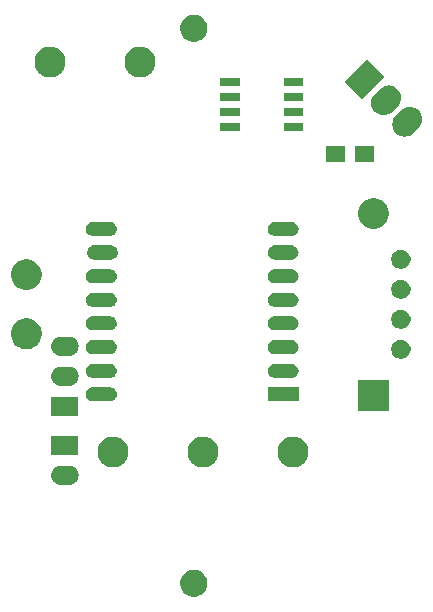
<source format=gbr>
G04 #@! TF.GenerationSoftware,KiCad,Pcbnew,5.0.2-bee76a0~70~ubuntu18.04.1*
G04 #@! TF.CreationDate,2019-09-27T11:35:03+02:00*
G04 #@! TF.ProjectId,Radiateur ESP,52616469-6174-4657-9572-204553502e6b,rev?*
G04 #@! TF.SameCoordinates,Original*
G04 #@! TF.FileFunction,Soldermask,Bot*
G04 #@! TF.FilePolarity,Negative*
%FSLAX46Y46*%
G04 Gerber Fmt 4.6, Leading zero omitted, Abs format (unit mm)*
G04 Created by KiCad (PCBNEW 5.0.2-bee76a0~70~ubuntu18.04.1) date ven. 27 sept. 2019 11:35:03 CEST*
%MOMM*%
%LPD*%
G01*
G04 APERTURE LIST*
%ADD10C,0.100000*%
G04 APERTURE END LIST*
D10*
G36*
X136987734Y-121575232D02*
X137197202Y-121661996D01*
X137385723Y-121787962D01*
X137546038Y-121948277D01*
X137672004Y-122136798D01*
X137758768Y-122346266D01*
X137803000Y-122568635D01*
X137803000Y-122795365D01*
X137758768Y-123017734D01*
X137672004Y-123227202D01*
X137546038Y-123415723D01*
X137385723Y-123576038D01*
X137197202Y-123702004D01*
X136987734Y-123788768D01*
X136765365Y-123833000D01*
X136538635Y-123833000D01*
X136316266Y-123788768D01*
X136106798Y-123702004D01*
X135918277Y-123576038D01*
X135757962Y-123415723D01*
X135631996Y-123227202D01*
X135545232Y-123017734D01*
X135501000Y-122795365D01*
X135501000Y-122568635D01*
X135545232Y-122346266D01*
X135631996Y-122136798D01*
X135757962Y-121948277D01*
X135918277Y-121787962D01*
X136106798Y-121661996D01*
X136316266Y-121575232D01*
X136538635Y-121531000D01*
X136765365Y-121531000D01*
X136987734Y-121575232D01*
X136987734Y-121575232D01*
G37*
G36*
X126147567Y-112728921D02*
X126227196Y-112736764D01*
X126329363Y-112767756D01*
X126380448Y-112783252D01*
X126521685Y-112858745D01*
X126645479Y-112960341D01*
X126747075Y-113084135D01*
X126822568Y-113225372D01*
X126822568Y-113225373D01*
X126869056Y-113378624D01*
X126884753Y-113538000D01*
X126869056Y-113697376D01*
X126838064Y-113799543D01*
X126822568Y-113850628D01*
X126747075Y-113991865D01*
X126645479Y-114115659D01*
X126521685Y-114217255D01*
X126380448Y-114292748D01*
X126329363Y-114308244D01*
X126227196Y-114339236D01*
X126147567Y-114347079D01*
X126107754Y-114351000D01*
X125352246Y-114351000D01*
X125312433Y-114347079D01*
X125232804Y-114339236D01*
X125130637Y-114308244D01*
X125079552Y-114292748D01*
X124938315Y-114217255D01*
X124814521Y-114115659D01*
X124712925Y-113991865D01*
X124637432Y-113850628D01*
X124621936Y-113799543D01*
X124590944Y-113697376D01*
X124575247Y-113538000D01*
X124590944Y-113378624D01*
X124637432Y-113225373D01*
X124637432Y-113225372D01*
X124712925Y-113084135D01*
X124814521Y-112960341D01*
X124938315Y-112858745D01*
X125079552Y-112783252D01*
X125130637Y-112767756D01*
X125232804Y-112736764D01*
X125312433Y-112728921D01*
X125352246Y-112725000D01*
X126107754Y-112725000D01*
X126147567Y-112728921D01*
X126147567Y-112728921D01*
G37*
G36*
X145413485Y-110318996D02*
X145413487Y-110318997D01*
X145413488Y-110318997D01*
X145650255Y-110417069D01*
X145863342Y-110559449D01*
X146044551Y-110740658D01*
X146186931Y-110953745D01*
X146285004Y-111190515D01*
X146335000Y-111441861D01*
X146335000Y-111698139D01*
X146285004Y-111949485D01*
X146186931Y-112186255D01*
X146044551Y-112399342D01*
X145863342Y-112580551D01*
X145863339Y-112580553D01*
X145650255Y-112722931D01*
X145413488Y-112821003D01*
X145413487Y-112821003D01*
X145413485Y-112821004D01*
X145162139Y-112871000D01*
X144905861Y-112871000D01*
X144654515Y-112821004D01*
X144654513Y-112821003D01*
X144654512Y-112821003D01*
X144417745Y-112722931D01*
X144204661Y-112580553D01*
X144204658Y-112580551D01*
X144023449Y-112399342D01*
X143881069Y-112186255D01*
X143782996Y-111949485D01*
X143733000Y-111698139D01*
X143733000Y-111441861D01*
X143782996Y-111190515D01*
X143881069Y-110953745D01*
X144023449Y-110740658D01*
X144204658Y-110559449D01*
X144417745Y-110417069D01*
X144654512Y-110318997D01*
X144654513Y-110318997D01*
X144654515Y-110318996D01*
X144905861Y-110269000D01*
X145162139Y-110269000D01*
X145413485Y-110318996D01*
X145413485Y-110318996D01*
G37*
G36*
X137793485Y-110318996D02*
X137793487Y-110318997D01*
X137793488Y-110318997D01*
X138030255Y-110417069D01*
X138243342Y-110559449D01*
X138424551Y-110740658D01*
X138566931Y-110953745D01*
X138665004Y-111190515D01*
X138715000Y-111441861D01*
X138715000Y-111698139D01*
X138665004Y-111949485D01*
X138566931Y-112186255D01*
X138424551Y-112399342D01*
X138243342Y-112580551D01*
X138243339Y-112580553D01*
X138030255Y-112722931D01*
X137793488Y-112821003D01*
X137793487Y-112821003D01*
X137793485Y-112821004D01*
X137542139Y-112871000D01*
X137285861Y-112871000D01*
X137034515Y-112821004D01*
X137034513Y-112821003D01*
X137034512Y-112821003D01*
X136797745Y-112722931D01*
X136584661Y-112580553D01*
X136584658Y-112580551D01*
X136403449Y-112399342D01*
X136261069Y-112186255D01*
X136162996Y-111949485D01*
X136113000Y-111698139D01*
X136113000Y-111441861D01*
X136162996Y-111190515D01*
X136261069Y-110953745D01*
X136403449Y-110740658D01*
X136584658Y-110559449D01*
X136797745Y-110417069D01*
X137034512Y-110318997D01*
X137034513Y-110318997D01*
X137034515Y-110318996D01*
X137285861Y-110269000D01*
X137542139Y-110269000D01*
X137793485Y-110318996D01*
X137793485Y-110318996D01*
G37*
G36*
X130173485Y-110318996D02*
X130173487Y-110318997D01*
X130173488Y-110318997D01*
X130410255Y-110417069D01*
X130623342Y-110559449D01*
X130804551Y-110740658D01*
X130946931Y-110953745D01*
X131045004Y-111190515D01*
X131095000Y-111441861D01*
X131095000Y-111698139D01*
X131045004Y-111949485D01*
X130946931Y-112186255D01*
X130804551Y-112399342D01*
X130623342Y-112580551D01*
X130623339Y-112580553D01*
X130410255Y-112722931D01*
X130173488Y-112821003D01*
X130173487Y-112821003D01*
X130173485Y-112821004D01*
X129922139Y-112871000D01*
X129665861Y-112871000D01*
X129414515Y-112821004D01*
X129414513Y-112821003D01*
X129414512Y-112821003D01*
X129177745Y-112722931D01*
X128964661Y-112580553D01*
X128964658Y-112580551D01*
X128783449Y-112399342D01*
X128641069Y-112186255D01*
X128542996Y-111949485D01*
X128493000Y-111698139D01*
X128493000Y-111441861D01*
X128542996Y-111190515D01*
X128641069Y-110953745D01*
X128783449Y-110740658D01*
X128964658Y-110559449D01*
X129177745Y-110417069D01*
X129414512Y-110318997D01*
X129414513Y-110318997D01*
X129414515Y-110318996D01*
X129665861Y-110269000D01*
X129922139Y-110269000D01*
X130173485Y-110318996D01*
X130173485Y-110318996D01*
G37*
G36*
X126880820Y-111811000D02*
X124579180Y-111811000D01*
X124579180Y-110185000D01*
X126880820Y-110185000D01*
X126880820Y-111811000D01*
X126880820Y-111811000D01*
G37*
G36*
X126880820Y-108509000D02*
X124579180Y-108509000D01*
X124579180Y-106883000D01*
X126880820Y-106883000D01*
X126880820Y-108509000D01*
X126880820Y-108509000D01*
G37*
G36*
X153161000Y-108061000D02*
X150559000Y-108061000D01*
X150559000Y-105459000D01*
X153161000Y-105459000D01*
X153161000Y-108061000D01*
X153161000Y-108061000D01*
G37*
G36*
X129627818Y-106087696D02*
X129741105Y-106122062D01*
X129845513Y-106177869D01*
X129937027Y-106252973D01*
X130012131Y-106344487D01*
X130067938Y-106448895D01*
X130102304Y-106562182D01*
X130113907Y-106680000D01*
X130102304Y-106797818D01*
X130067938Y-106911105D01*
X130012131Y-107015513D01*
X129937027Y-107107027D01*
X129845513Y-107182131D01*
X129741105Y-107237938D01*
X129627818Y-107272304D01*
X129539519Y-107281000D01*
X128080481Y-107281000D01*
X127992182Y-107272304D01*
X127878895Y-107237938D01*
X127774487Y-107182131D01*
X127682973Y-107107027D01*
X127607869Y-107015513D01*
X127552062Y-106911105D01*
X127517696Y-106797818D01*
X127506093Y-106680000D01*
X127517696Y-106562182D01*
X127552062Y-106448895D01*
X127607869Y-106344487D01*
X127682973Y-106252973D01*
X127774487Y-106177869D01*
X127878895Y-106122062D01*
X127992182Y-106087696D01*
X128080481Y-106079000D01*
X129539519Y-106079000D01*
X129627818Y-106087696D01*
X129627818Y-106087696D01*
G37*
G36*
X145511000Y-107281000D02*
X142909000Y-107281000D01*
X142909000Y-106079000D01*
X145511000Y-106079000D01*
X145511000Y-107281000D01*
X145511000Y-107281000D01*
G37*
G36*
X126147567Y-104346921D02*
X126227196Y-104354764D01*
X126329363Y-104385756D01*
X126380448Y-104401252D01*
X126521685Y-104476745D01*
X126645479Y-104578341D01*
X126747075Y-104702135D01*
X126822568Y-104843372D01*
X126822568Y-104843373D01*
X126869056Y-104996624D01*
X126884753Y-105156000D01*
X126869056Y-105315376D01*
X126838064Y-105417543D01*
X126822568Y-105468628D01*
X126747075Y-105609865D01*
X126645479Y-105733659D01*
X126521685Y-105835255D01*
X126380448Y-105910748D01*
X126329363Y-105926244D01*
X126227196Y-105957236D01*
X126147567Y-105965079D01*
X126107754Y-105969000D01*
X125352246Y-105969000D01*
X125312433Y-105965079D01*
X125232804Y-105957236D01*
X125130637Y-105926244D01*
X125079552Y-105910748D01*
X124938315Y-105835255D01*
X124814521Y-105733659D01*
X124712925Y-105609865D01*
X124637432Y-105468628D01*
X124621936Y-105417543D01*
X124590944Y-105315376D01*
X124575247Y-105156000D01*
X124590944Y-104996624D01*
X124637432Y-104843373D01*
X124637432Y-104843372D01*
X124712925Y-104702135D01*
X124814521Y-104578341D01*
X124938315Y-104476745D01*
X125079552Y-104401252D01*
X125130637Y-104385756D01*
X125232804Y-104354764D01*
X125312433Y-104346921D01*
X125352246Y-104343000D01*
X126107754Y-104343000D01*
X126147567Y-104346921D01*
X126147567Y-104346921D01*
G37*
G36*
X145027818Y-104087696D02*
X145141105Y-104122062D01*
X145245513Y-104177869D01*
X145337027Y-104252973D01*
X145412131Y-104344487D01*
X145467938Y-104448895D01*
X145502304Y-104562182D01*
X145513907Y-104680000D01*
X145502304Y-104797818D01*
X145467938Y-104911105D01*
X145412131Y-105015513D01*
X145337027Y-105107027D01*
X145245513Y-105182131D01*
X145141105Y-105237938D01*
X145027818Y-105272304D01*
X144939519Y-105281000D01*
X143480481Y-105281000D01*
X143392182Y-105272304D01*
X143278895Y-105237938D01*
X143174487Y-105182131D01*
X143082973Y-105107027D01*
X143007869Y-105015513D01*
X142952062Y-104911105D01*
X142917696Y-104797818D01*
X142906093Y-104680000D01*
X142917696Y-104562182D01*
X142952062Y-104448895D01*
X143007869Y-104344487D01*
X143082973Y-104252973D01*
X143174487Y-104177869D01*
X143278895Y-104122062D01*
X143392182Y-104087696D01*
X143480481Y-104079000D01*
X144939519Y-104079000D01*
X145027818Y-104087696D01*
X145027818Y-104087696D01*
G37*
G36*
X129627818Y-104087696D02*
X129741105Y-104122062D01*
X129845513Y-104177869D01*
X129937027Y-104252973D01*
X130012131Y-104344487D01*
X130067938Y-104448895D01*
X130102304Y-104562182D01*
X130113907Y-104680000D01*
X130102304Y-104797818D01*
X130067938Y-104911105D01*
X130012131Y-105015513D01*
X129937027Y-105107027D01*
X129845513Y-105182131D01*
X129741105Y-105237938D01*
X129627818Y-105272304D01*
X129539519Y-105281000D01*
X128080481Y-105281000D01*
X127992182Y-105272304D01*
X127878895Y-105237938D01*
X127774487Y-105182131D01*
X127682973Y-105107027D01*
X127607869Y-105015513D01*
X127552062Y-104911105D01*
X127517696Y-104797818D01*
X127506093Y-104680000D01*
X127517696Y-104562182D01*
X127552062Y-104448895D01*
X127607869Y-104344487D01*
X127682973Y-104252973D01*
X127774487Y-104177869D01*
X127878895Y-104122062D01*
X127992182Y-104087696D01*
X128080481Y-104079000D01*
X129539519Y-104079000D01*
X129627818Y-104087696D01*
X129627818Y-104087696D01*
G37*
G36*
X154415142Y-102088242D02*
X154563102Y-102149530D01*
X154696258Y-102238502D01*
X154809498Y-102351742D01*
X154898470Y-102484898D01*
X154959758Y-102632858D01*
X154991000Y-102789925D01*
X154991000Y-102950075D01*
X154959758Y-103107142D01*
X154898470Y-103255102D01*
X154809498Y-103388258D01*
X154696258Y-103501498D01*
X154563102Y-103590470D01*
X154415142Y-103651758D01*
X154258075Y-103683000D01*
X154097925Y-103683000D01*
X153940858Y-103651758D01*
X153792898Y-103590470D01*
X153659742Y-103501498D01*
X153546502Y-103388258D01*
X153457530Y-103255102D01*
X153396242Y-103107142D01*
X153365000Y-102950075D01*
X153365000Y-102789925D01*
X153396242Y-102632858D01*
X153457530Y-102484898D01*
X153546502Y-102351742D01*
X153659742Y-102238502D01*
X153792898Y-102149530D01*
X153940858Y-102088242D01*
X154097925Y-102057000D01*
X154258075Y-102057000D01*
X154415142Y-102088242D01*
X154415142Y-102088242D01*
G37*
G36*
X126147567Y-101806921D02*
X126227196Y-101814764D01*
X126329363Y-101845756D01*
X126380448Y-101861252D01*
X126521685Y-101936745D01*
X126645479Y-102038341D01*
X126747075Y-102162135D01*
X126822568Y-102303372D01*
X126822568Y-102303373D01*
X126869056Y-102456624D01*
X126884753Y-102616000D01*
X126869056Y-102775376D01*
X126858248Y-102811004D01*
X126822568Y-102928628D01*
X126747075Y-103069865D01*
X126645479Y-103193659D01*
X126521685Y-103295255D01*
X126380448Y-103370748D01*
X126329363Y-103386244D01*
X126227196Y-103417236D01*
X126147567Y-103425079D01*
X126107754Y-103429000D01*
X125352246Y-103429000D01*
X125312433Y-103425079D01*
X125232804Y-103417236D01*
X125130637Y-103386244D01*
X125079552Y-103370748D01*
X124938315Y-103295255D01*
X124814521Y-103193659D01*
X124712925Y-103069865D01*
X124637432Y-102928628D01*
X124601752Y-102811004D01*
X124590944Y-102775376D01*
X124575247Y-102616000D01*
X124590944Y-102456624D01*
X124637432Y-102303373D01*
X124637432Y-102303372D01*
X124712925Y-102162135D01*
X124814521Y-102038341D01*
X124938315Y-101936745D01*
X125079552Y-101861252D01*
X125130637Y-101845756D01*
X125232804Y-101814764D01*
X125312433Y-101806921D01*
X125352246Y-101803000D01*
X126107754Y-101803000D01*
X126147567Y-101806921D01*
X126147567Y-101806921D01*
G37*
G36*
X129627818Y-102087696D02*
X129741105Y-102122062D01*
X129845513Y-102177869D01*
X129937027Y-102252973D01*
X130012131Y-102344487D01*
X130067938Y-102448895D01*
X130102304Y-102562182D01*
X130113907Y-102680000D01*
X130102304Y-102797818D01*
X130067938Y-102911105D01*
X130012131Y-103015513D01*
X129937027Y-103107027D01*
X129845513Y-103182131D01*
X129741105Y-103237938D01*
X129627818Y-103272304D01*
X129539519Y-103281000D01*
X128080481Y-103281000D01*
X127992182Y-103272304D01*
X127878895Y-103237938D01*
X127774487Y-103182131D01*
X127682973Y-103107027D01*
X127607869Y-103015513D01*
X127552062Y-102911105D01*
X127517696Y-102797818D01*
X127506093Y-102680000D01*
X127517696Y-102562182D01*
X127552062Y-102448895D01*
X127607869Y-102344487D01*
X127682973Y-102252973D01*
X127774487Y-102177869D01*
X127878895Y-102122062D01*
X127992182Y-102087696D01*
X128080481Y-102079000D01*
X129539519Y-102079000D01*
X129627818Y-102087696D01*
X129627818Y-102087696D01*
G37*
G36*
X145027818Y-102087696D02*
X145141105Y-102122062D01*
X145245513Y-102177869D01*
X145337027Y-102252973D01*
X145412131Y-102344487D01*
X145467938Y-102448895D01*
X145502304Y-102562182D01*
X145513907Y-102680000D01*
X145502304Y-102797818D01*
X145467938Y-102911105D01*
X145412131Y-103015513D01*
X145337027Y-103107027D01*
X145245513Y-103182131D01*
X145141105Y-103237938D01*
X145027818Y-103272304D01*
X144939519Y-103281000D01*
X143480481Y-103281000D01*
X143392182Y-103272304D01*
X143278895Y-103237938D01*
X143174487Y-103182131D01*
X143082973Y-103107027D01*
X143007869Y-103015513D01*
X142952062Y-102911105D01*
X142917696Y-102797818D01*
X142906093Y-102680000D01*
X142917696Y-102562182D01*
X142952062Y-102448895D01*
X143007869Y-102344487D01*
X143082973Y-102252973D01*
X143174487Y-102177869D01*
X143278895Y-102122062D01*
X143392182Y-102087696D01*
X143480481Y-102079000D01*
X144939519Y-102079000D01*
X145027818Y-102087696D01*
X145027818Y-102087696D01*
G37*
G36*
X122839485Y-100308996D02*
X122839487Y-100308997D01*
X122839488Y-100308997D01*
X123076255Y-100407069D01*
X123289342Y-100549449D01*
X123470551Y-100730658D01*
X123470553Y-100730661D01*
X123612931Y-100943745D01*
X123680565Y-101107027D01*
X123711004Y-101180515D01*
X123761000Y-101431861D01*
X123761000Y-101688139D01*
X123711004Y-101939485D01*
X123612931Y-102176255D01*
X123470551Y-102389342D01*
X123289342Y-102570551D01*
X123289339Y-102570553D01*
X123076255Y-102712931D01*
X122839488Y-102811003D01*
X122839487Y-102811003D01*
X122839485Y-102811004D01*
X122588139Y-102861000D01*
X122331861Y-102861000D01*
X122080515Y-102811004D01*
X122080513Y-102811003D01*
X122080512Y-102811003D01*
X121843745Y-102712931D01*
X121630661Y-102570553D01*
X121630658Y-102570551D01*
X121449449Y-102389342D01*
X121307069Y-102176255D01*
X121208996Y-101939485D01*
X121159000Y-101688139D01*
X121159000Y-101431861D01*
X121208996Y-101180515D01*
X121239436Y-101107027D01*
X121307069Y-100943745D01*
X121449447Y-100730661D01*
X121449449Y-100730658D01*
X121630658Y-100549449D01*
X121843745Y-100407069D01*
X122080512Y-100308997D01*
X122080513Y-100308997D01*
X122080515Y-100308996D01*
X122331861Y-100259000D01*
X122588139Y-100259000D01*
X122839485Y-100308996D01*
X122839485Y-100308996D01*
G37*
G36*
X145027818Y-100087696D02*
X145141105Y-100122062D01*
X145245513Y-100177869D01*
X145337027Y-100252973D01*
X145412131Y-100344487D01*
X145467938Y-100448895D01*
X145502304Y-100562182D01*
X145513907Y-100680000D01*
X145502304Y-100797818D01*
X145467938Y-100911105D01*
X145412131Y-101015513D01*
X145337027Y-101107027D01*
X145245513Y-101182131D01*
X145141105Y-101237938D01*
X145027818Y-101272304D01*
X144939519Y-101281000D01*
X143480481Y-101281000D01*
X143392182Y-101272304D01*
X143278895Y-101237938D01*
X143174487Y-101182131D01*
X143082973Y-101107027D01*
X143007869Y-101015513D01*
X142952062Y-100911105D01*
X142917696Y-100797818D01*
X142906093Y-100680000D01*
X142917696Y-100562182D01*
X142952062Y-100448895D01*
X143007869Y-100344487D01*
X143082973Y-100252973D01*
X143174487Y-100177869D01*
X143278895Y-100122062D01*
X143392182Y-100087696D01*
X143480481Y-100079000D01*
X144939519Y-100079000D01*
X145027818Y-100087696D01*
X145027818Y-100087696D01*
G37*
G36*
X129627818Y-100087696D02*
X129741105Y-100122062D01*
X129845513Y-100177869D01*
X129937027Y-100252973D01*
X130012131Y-100344487D01*
X130067938Y-100448895D01*
X130102304Y-100562182D01*
X130113907Y-100680000D01*
X130102304Y-100797818D01*
X130067938Y-100911105D01*
X130012131Y-101015513D01*
X129937027Y-101107027D01*
X129845513Y-101182131D01*
X129741105Y-101237938D01*
X129627818Y-101272304D01*
X129539519Y-101281000D01*
X128080481Y-101281000D01*
X127992182Y-101272304D01*
X127878895Y-101237938D01*
X127774487Y-101182131D01*
X127682973Y-101107027D01*
X127607869Y-101015513D01*
X127552062Y-100911105D01*
X127517696Y-100797818D01*
X127506093Y-100680000D01*
X127517696Y-100562182D01*
X127552062Y-100448895D01*
X127607869Y-100344487D01*
X127682973Y-100252973D01*
X127774487Y-100177869D01*
X127878895Y-100122062D01*
X127992182Y-100087696D01*
X128080481Y-100079000D01*
X129539519Y-100079000D01*
X129627818Y-100087696D01*
X129627818Y-100087696D01*
G37*
G36*
X154415142Y-99548242D02*
X154563102Y-99609530D01*
X154696258Y-99698502D01*
X154809498Y-99811742D01*
X154898470Y-99944898D01*
X154959758Y-100092858D01*
X154991000Y-100249925D01*
X154991000Y-100410075D01*
X154959758Y-100567142D01*
X154898470Y-100715102D01*
X154809498Y-100848258D01*
X154696258Y-100961498D01*
X154563102Y-101050470D01*
X154415142Y-101111758D01*
X154258075Y-101143000D01*
X154097925Y-101143000D01*
X153940858Y-101111758D01*
X153792898Y-101050470D01*
X153659742Y-100961498D01*
X153546502Y-100848258D01*
X153457530Y-100715102D01*
X153396242Y-100567142D01*
X153365000Y-100410075D01*
X153365000Y-100249925D01*
X153396242Y-100092858D01*
X153457530Y-99944898D01*
X153546502Y-99811742D01*
X153659742Y-99698502D01*
X153792898Y-99609530D01*
X153940858Y-99548242D01*
X154097925Y-99517000D01*
X154258075Y-99517000D01*
X154415142Y-99548242D01*
X154415142Y-99548242D01*
G37*
G36*
X145027818Y-98087696D02*
X145141105Y-98122062D01*
X145245513Y-98177869D01*
X145337027Y-98252973D01*
X145412131Y-98344487D01*
X145467938Y-98448895D01*
X145502304Y-98562182D01*
X145513907Y-98680000D01*
X145502304Y-98797818D01*
X145467938Y-98911105D01*
X145412131Y-99015513D01*
X145337027Y-99107027D01*
X145245513Y-99182131D01*
X145141105Y-99237938D01*
X145027818Y-99272304D01*
X144939519Y-99281000D01*
X143480481Y-99281000D01*
X143392182Y-99272304D01*
X143278895Y-99237938D01*
X143174487Y-99182131D01*
X143082973Y-99107027D01*
X143007869Y-99015513D01*
X142952062Y-98911105D01*
X142917696Y-98797818D01*
X142906093Y-98680000D01*
X142917696Y-98562182D01*
X142952062Y-98448895D01*
X143007869Y-98344487D01*
X143082973Y-98252973D01*
X143174487Y-98177869D01*
X143278895Y-98122062D01*
X143392182Y-98087696D01*
X143480481Y-98079000D01*
X144939519Y-98079000D01*
X145027818Y-98087696D01*
X145027818Y-98087696D01*
G37*
G36*
X129627818Y-98087696D02*
X129741105Y-98122062D01*
X129845513Y-98177869D01*
X129937027Y-98252973D01*
X130012131Y-98344487D01*
X130067938Y-98448895D01*
X130102304Y-98562182D01*
X130113907Y-98680000D01*
X130102304Y-98797818D01*
X130067938Y-98911105D01*
X130012131Y-99015513D01*
X129937027Y-99107027D01*
X129845513Y-99182131D01*
X129741105Y-99237938D01*
X129627818Y-99272304D01*
X129539519Y-99281000D01*
X128080481Y-99281000D01*
X127992182Y-99272304D01*
X127878895Y-99237938D01*
X127774487Y-99182131D01*
X127682973Y-99107027D01*
X127607869Y-99015513D01*
X127552062Y-98911105D01*
X127517696Y-98797818D01*
X127506093Y-98680000D01*
X127517696Y-98562182D01*
X127552062Y-98448895D01*
X127607869Y-98344487D01*
X127682973Y-98252973D01*
X127774487Y-98177869D01*
X127878895Y-98122062D01*
X127992182Y-98087696D01*
X128080481Y-98079000D01*
X129539519Y-98079000D01*
X129627818Y-98087696D01*
X129627818Y-98087696D01*
G37*
G36*
X154415142Y-97008242D02*
X154563102Y-97069530D01*
X154696258Y-97158502D01*
X154809498Y-97271742D01*
X154898470Y-97404898D01*
X154959758Y-97552858D01*
X154991000Y-97709925D01*
X154991000Y-97870075D01*
X154959758Y-98027142D01*
X154938277Y-98079000D01*
X154898471Y-98175100D01*
X154809499Y-98308257D01*
X154696257Y-98421499D01*
X154630130Y-98465683D01*
X154563102Y-98510470D01*
X154415142Y-98571758D01*
X154258075Y-98603000D01*
X154097925Y-98603000D01*
X153940858Y-98571758D01*
X153792898Y-98510470D01*
X153725870Y-98465683D01*
X153659743Y-98421499D01*
X153546501Y-98308257D01*
X153457529Y-98175100D01*
X153417723Y-98079000D01*
X153396242Y-98027142D01*
X153365000Y-97870075D01*
X153365000Y-97709925D01*
X153396242Y-97552858D01*
X153457530Y-97404898D01*
X153546502Y-97271742D01*
X153659742Y-97158502D01*
X153792898Y-97069530D01*
X153940858Y-97008242D01*
X154097925Y-96977000D01*
X154258075Y-96977000D01*
X154415142Y-97008242D01*
X154415142Y-97008242D01*
G37*
G36*
X122839485Y-95308996D02*
X122839487Y-95308997D01*
X122839488Y-95308997D01*
X123076255Y-95407069D01*
X123289342Y-95549449D01*
X123470551Y-95730658D01*
X123470553Y-95730661D01*
X123612931Y-95943745D01*
X123709909Y-96177870D01*
X123711004Y-96180515D01*
X123761000Y-96431861D01*
X123761000Y-96688139D01*
X123711004Y-96939485D01*
X123612931Y-97176255D01*
X123470551Y-97389342D01*
X123289342Y-97570551D01*
X123289339Y-97570553D01*
X123076255Y-97712931D01*
X122839488Y-97811003D01*
X122839487Y-97811003D01*
X122839485Y-97811004D01*
X122588139Y-97861000D01*
X122331861Y-97861000D01*
X122080515Y-97811004D01*
X122080513Y-97811003D01*
X122080512Y-97811003D01*
X121843745Y-97712931D01*
X121630661Y-97570553D01*
X121630658Y-97570551D01*
X121449449Y-97389342D01*
X121307069Y-97176255D01*
X121208996Y-96939485D01*
X121159000Y-96688139D01*
X121159000Y-96431861D01*
X121208996Y-96180515D01*
X121210092Y-96177870D01*
X121307069Y-95943745D01*
X121449447Y-95730661D01*
X121449449Y-95730658D01*
X121630658Y-95549449D01*
X121843745Y-95407069D01*
X122080512Y-95308997D01*
X122080513Y-95308997D01*
X122080515Y-95308996D01*
X122331861Y-95259000D01*
X122588139Y-95259000D01*
X122839485Y-95308996D01*
X122839485Y-95308996D01*
G37*
G36*
X145027818Y-96087696D02*
X145141105Y-96122062D01*
X145245513Y-96177869D01*
X145337027Y-96252973D01*
X145412131Y-96344487D01*
X145467938Y-96448895D01*
X145502304Y-96562182D01*
X145513907Y-96680000D01*
X145502304Y-96797818D01*
X145467938Y-96911105D01*
X145412131Y-97015513D01*
X145337027Y-97107027D01*
X145245513Y-97182131D01*
X145141105Y-97237938D01*
X145027818Y-97272304D01*
X144939519Y-97281000D01*
X143480481Y-97281000D01*
X143392182Y-97272304D01*
X143278895Y-97237938D01*
X143174487Y-97182131D01*
X143082973Y-97107027D01*
X143007869Y-97015513D01*
X142952062Y-96911105D01*
X142917696Y-96797818D01*
X142906093Y-96680000D01*
X142917696Y-96562182D01*
X142952062Y-96448895D01*
X143007869Y-96344487D01*
X143082973Y-96252973D01*
X143174487Y-96177869D01*
X143278895Y-96122062D01*
X143392182Y-96087696D01*
X143480481Y-96079000D01*
X144939519Y-96079000D01*
X145027818Y-96087696D01*
X145027818Y-96087696D01*
G37*
G36*
X129627818Y-96087696D02*
X129741105Y-96122062D01*
X129845513Y-96177869D01*
X129937027Y-96252973D01*
X130012131Y-96344487D01*
X130067938Y-96448895D01*
X130102304Y-96562182D01*
X130113907Y-96680000D01*
X130102304Y-96797818D01*
X130067938Y-96911105D01*
X130012131Y-97015513D01*
X129937027Y-97107027D01*
X129845513Y-97182131D01*
X129741105Y-97237938D01*
X129627818Y-97272304D01*
X129539519Y-97281000D01*
X128080481Y-97281000D01*
X127992182Y-97272304D01*
X127878895Y-97237938D01*
X127774487Y-97182131D01*
X127682973Y-97107027D01*
X127607869Y-97015513D01*
X127552062Y-96911105D01*
X127517696Y-96797818D01*
X127506093Y-96680000D01*
X127517696Y-96562182D01*
X127552062Y-96448895D01*
X127607869Y-96344487D01*
X127682973Y-96252973D01*
X127774487Y-96177869D01*
X127878895Y-96122062D01*
X127992182Y-96087696D01*
X128080481Y-96079000D01*
X129539519Y-96079000D01*
X129627818Y-96087696D01*
X129627818Y-96087696D01*
G37*
G36*
X154415142Y-94468242D02*
X154563102Y-94529530D01*
X154696258Y-94618502D01*
X154809498Y-94731742D01*
X154898470Y-94864898D01*
X154959758Y-95012858D01*
X154991000Y-95169925D01*
X154991000Y-95330075D01*
X154959758Y-95487142D01*
X154898470Y-95635102D01*
X154809498Y-95768258D01*
X154696258Y-95881498D01*
X154563102Y-95970470D01*
X154415142Y-96031758D01*
X154258075Y-96063000D01*
X154097925Y-96063000D01*
X153940858Y-96031758D01*
X153792898Y-95970470D01*
X153659742Y-95881498D01*
X153546502Y-95768258D01*
X153457530Y-95635102D01*
X153396242Y-95487142D01*
X153365000Y-95330075D01*
X153365000Y-95169925D01*
X153396242Y-95012858D01*
X153457530Y-94864898D01*
X153546502Y-94731742D01*
X153659742Y-94618502D01*
X153792898Y-94529530D01*
X153940858Y-94468242D01*
X154097925Y-94437000D01*
X154258075Y-94437000D01*
X154415142Y-94468242D01*
X154415142Y-94468242D01*
G37*
G36*
X145027818Y-94087696D02*
X145141105Y-94122062D01*
X145245513Y-94177869D01*
X145337027Y-94252973D01*
X145412131Y-94344487D01*
X145467938Y-94448895D01*
X145502304Y-94562182D01*
X145513907Y-94680000D01*
X145502304Y-94797818D01*
X145467938Y-94911105D01*
X145412131Y-95015513D01*
X145337027Y-95107027D01*
X145245513Y-95182131D01*
X145141105Y-95237938D01*
X145027818Y-95272304D01*
X144939519Y-95281000D01*
X143480481Y-95281000D01*
X143392182Y-95272304D01*
X143278895Y-95237938D01*
X143174487Y-95182131D01*
X143082973Y-95107027D01*
X143007869Y-95015513D01*
X142952062Y-94911105D01*
X142917696Y-94797818D01*
X142906093Y-94680000D01*
X142917696Y-94562182D01*
X142952062Y-94448895D01*
X143007869Y-94344487D01*
X143082973Y-94252973D01*
X143174487Y-94177869D01*
X143278895Y-94122062D01*
X143392182Y-94087696D01*
X143480481Y-94079000D01*
X144939519Y-94079000D01*
X145027818Y-94087696D01*
X145027818Y-94087696D01*
G37*
G36*
X129727818Y-94087696D02*
X129841105Y-94122062D01*
X129945513Y-94177869D01*
X130037027Y-94252973D01*
X130112131Y-94344487D01*
X130167938Y-94448895D01*
X130202304Y-94562182D01*
X130213907Y-94680000D01*
X130202304Y-94797818D01*
X130167938Y-94911105D01*
X130112131Y-95015513D01*
X130037027Y-95107027D01*
X129945513Y-95182131D01*
X129841105Y-95237938D01*
X129727818Y-95272304D01*
X129639519Y-95281000D01*
X128180481Y-95281000D01*
X128092182Y-95272304D01*
X127978895Y-95237938D01*
X127874487Y-95182131D01*
X127782973Y-95107027D01*
X127707869Y-95015513D01*
X127652062Y-94911105D01*
X127617696Y-94797818D01*
X127606093Y-94680000D01*
X127617696Y-94562182D01*
X127652062Y-94448895D01*
X127707869Y-94344487D01*
X127782973Y-94252973D01*
X127874487Y-94177869D01*
X127978895Y-94122062D01*
X128092182Y-94087696D01*
X128180481Y-94079000D01*
X129639519Y-94079000D01*
X129727818Y-94087696D01*
X129727818Y-94087696D01*
G37*
G36*
X129627818Y-92087696D02*
X129741105Y-92122062D01*
X129845513Y-92177869D01*
X129937027Y-92252973D01*
X130012131Y-92344487D01*
X130067938Y-92448895D01*
X130102304Y-92562182D01*
X130113907Y-92680000D01*
X130102304Y-92797818D01*
X130067938Y-92911105D01*
X130012131Y-93015513D01*
X129937027Y-93107027D01*
X129845513Y-93182131D01*
X129741105Y-93237938D01*
X129627818Y-93272304D01*
X129539519Y-93281000D01*
X128080481Y-93281000D01*
X127992182Y-93272304D01*
X127878895Y-93237938D01*
X127774487Y-93182131D01*
X127682973Y-93107027D01*
X127607869Y-93015513D01*
X127552062Y-92911105D01*
X127517696Y-92797818D01*
X127506093Y-92680000D01*
X127517696Y-92562182D01*
X127552062Y-92448895D01*
X127607869Y-92344487D01*
X127682973Y-92252973D01*
X127774487Y-92177869D01*
X127878895Y-92122062D01*
X127992182Y-92087696D01*
X128080481Y-92079000D01*
X129539519Y-92079000D01*
X129627818Y-92087696D01*
X129627818Y-92087696D01*
G37*
G36*
X145027818Y-92087696D02*
X145141105Y-92122062D01*
X145245513Y-92177869D01*
X145337027Y-92252973D01*
X145412131Y-92344487D01*
X145467938Y-92448895D01*
X145502304Y-92562182D01*
X145513907Y-92680000D01*
X145502304Y-92797818D01*
X145467938Y-92911105D01*
X145412131Y-93015513D01*
X145337027Y-93107027D01*
X145245513Y-93182131D01*
X145141105Y-93237938D01*
X145027818Y-93272304D01*
X144939519Y-93281000D01*
X143480481Y-93281000D01*
X143392182Y-93272304D01*
X143278895Y-93237938D01*
X143174487Y-93182131D01*
X143082973Y-93107027D01*
X143007869Y-93015513D01*
X142952062Y-92911105D01*
X142917696Y-92797818D01*
X142906093Y-92680000D01*
X142917696Y-92562182D01*
X142952062Y-92448895D01*
X143007869Y-92344487D01*
X143082973Y-92252973D01*
X143174487Y-92177869D01*
X143278895Y-92122062D01*
X143392182Y-92087696D01*
X143480481Y-92079000D01*
X144939519Y-92079000D01*
X145027818Y-92087696D01*
X145027818Y-92087696D01*
G37*
G36*
X152239485Y-90108996D02*
X152239487Y-90108997D01*
X152239488Y-90108997D01*
X152476255Y-90207069D01*
X152689342Y-90349449D01*
X152870551Y-90530658D01*
X153012931Y-90743745D01*
X153111004Y-90980515D01*
X153161000Y-91231861D01*
X153161000Y-91488139D01*
X153111004Y-91739485D01*
X153012931Y-91976255D01*
X152870551Y-92189342D01*
X152689342Y-92370551D01*
X152689339Y-92370553D01*
X152476255Y-92512931D01*
X152239488Y-92611003D01*
X152239487Y-92611003D01*
X152239485Y-92611004D01*
X151988139Y-92661000D01*
X151731861Y-92661000D01*
X151480515Y-92611004D01*
X151480513Y-92611003D01*
X151480512Y-92611003D01*
X151243745Y-92512931D01*
X151030661Y-92370553D01*
X151030658Y-92370551D01*
X150849449Y-92189342D01*
X150707069Y-91976255D01*
X150608996Y-91739485D01*
X150559000Y-91488139D01*
X150559000Y-91231861D01*
X150608996Y-90980515D01*
X150707069Y-90743745D01*
X150849449Y-90530658D01*
X151030658Y-90349449D01*
X151243745Y-90207069D01*
X151480512Y-90108997D01*
X151480513Y-90108997D01*
X151480515Y-90108996D01*
X151731861Y-90059000D01*
X151988139Y-90059000D01*
X152239485Y-90108996D01*
X152239485Y-90108996D01*
G37*
G36*
X151911000Y-87036000D02*
X150309000Y-87036000D01*
X150309000Y-85684000D01*
X151911000Y-85684000D01*
X151911000Y-87036000D01*
X151911000Y-87036000D01*
G37*
G36*
X149411000Y-87036000D02*
X147809000Y-87036000D01*
X147809000Y-85684000D01*
X149411000Y-85684000D01*
X149411000Y-87036000D01*
X149411000Y-87036000D01*
G37*
G36*
X155140266Y-82354177D02*
X155338380Y-82414275D01*
X155520959Y-82511865D01*
X155680999Y-82643205D01*
X155812339Y-82803245D01*
X155909929Y-82985824D01*
X155970027Y-83183938D01*
X155990319Y-83389970D01*
X155970027Y-83596003D01*
X155909929Y-83794116D01*
X155812337Y-83976699D01*
X155713910Y-84096632D01*
X155216632Y-84593910D01*
X155096699Y-84692337D01*
X154914116Y-84789929D01*
X154716002Y-84850027D01*
X154509970Y-84870319D01*
X154303938Y-84850027D01*
X154105824Y-84789929D01*
X153923245Y-84692339D01*
X153763205Y-84560999D01*
X153631865Y-84400959D01*
X153534275Y-84218380D01*
X153474177Y-84020266D01*
X153453885Y-83814234D01*
X153464032Y-83711218D01*
X153474177Y-83608202D01*
X153534275Y-83410088D01*
X153631867Y-83227505D01*
X153730294Y-83107572D01*
X154227572Y-82610294D01*
X154347505Y-82511867D01*
X154530088Y-82414275D01*
X154728201Y-82354177D01*
X154934234Y-82333885D01*
X155140266Y-82354177D01*
X155140266Y-82354177D01*
G37*
G36*
X145926000Y-84425000D02*
X144274000Y-84425000D01*
X144274000Y-83723000D01*
X145926000Y-83723000D01*
X145926000Y-84425000D01*
X145926000Y-84425000D01*
G37*
G36*
X140526000Y-84425000D02*
X138874000Y-84425000D01*
X138874000Y-83723000D01*
X140526000Y-83723000D01*
X140526000Y-84425000D01*
X140526000Y-84425000D01*
G37*
G36*
X145926000Y-83155000D02*
X144274000Y-83155000D01*
X144274000Y-82453000D01*
X145926000Y-82453000D01*
X145926000Y-83155000D01*
X145926000Y-83155000D01*
G37*
G36*
X140526000Y-83155000D02*
X138874000Y-83155000D01*
X138874000Y-82453000D01*
X140526000Y-82453000D01*
X140526000Y-83155000D01*
X140526000Y-83155000D01*
G37*
G36*
X153344215Y-80558126D02*
X153542329Y-80618224D01*
X153724908Y-80715814D01*
X153884948Y-80847154D01*
X154016288Y-81007194D01*
X154113878Y-81189773D01*
X154173976Y-81387887D01*
X154194268Y-81593919D01*
X154173976Y-81799952D01*
X154113878Y-81998065D01*
X154016286Y-82180648D01*
X153917859Y-82300581D01*
X153420581Y-82797859D01*
X153300648Y-82896286D01*
X153118065Y-82993878D01*
X152919951Y-83053976D01*
X152816935Y-83064121D01*
X152713919Y-83074268D01*
X152610903Y-83064121D01*
X152507887Y-83053976D01*
X152309773Y-82993878D01*
X152127194Y-82896288D01*
X151967154Y-82764948D01*
X151835814Y-82604908D01*
X151738224Y-82422329D01*
X151678126Y-82224215D01*
X151657834Y-82018183D01*
X151667981Y-81915167D01*
X151678126Y-81812151D01*
X151738224Y-81614037D01*
X151835816Y-81431454D01*
X151934243Y-81311521D01*
X152431521Y-80814243D01*
X152551454Y-80715816D01*
X152734037Y-80618224D01*
X152932150Y-80558126D01*
X153138183Y-80537834D01*
X153344215Y-80558126D01*
X153344215Y-80558126D01*
G37*
G36*
X140526000Y-81885000D02*
X138874000Y-81885000D01*
X138874000Y-81183000D01*
X140526000Y-81183000D01*
X140526000Y-81885000D01*
X140526000Y-81885000D01*
G37*
G36*
X145926000Y-81885000D02*
X144274000Y-81885000D01*
X144274000Y-81183000D01*
X145926000Y-81183000D01*
X145926000Y-81885000D01*
X145926000Y-81885000D01*
G37*
G36*
X152828471Y-79797868D02*
X150917868Y-81708471D01*
X149431529Y-80222132D01*
X151342132Y-78311529D01*
X152828471Y-79797868D01*
X152828471Y-79797868D01*
G37*
G36*
X145926000Y-80615000D02*
X144274000Y-80615000D01*
X144274000Y-79913000D01*
X145926000Y-79913000D01*
X145926000Y-80615000D01*
X145926000Y-80615000D01*
G37*
G36*
X140526000Y-80615000D02*
X138874000Y-80615000D01*
X138874000Y-79913000D01*
X140526000Y-79913000D01*
X140526000Y-80615000D01*
X140526000Y-80615000D01*
G37*
G36*
X124839485Y-77298996D02*
X124839487Y-77298997D01*
X124839488Y-77298997D01*
X125076255Y-77397069D01*
X125289342Y-77539449D01*
X125470551Y-77720658D01*
X125612931Y-77933745D01*
X125711004Y-78170515D01*
X125761000Y-78421861D01*
X125761000Y-78678139D01*
X125711004Y-78929485D01*
X125612931Y-79166255D01*
X125470551Y-79379342D01*
X125289342Y-79560551D01*
X125289339Y-79560553D01*
X125076255Y-79702931D01*
X124839488Y-79801003D01*
X124839487Y-79801003D01*
X124839485Y-79801004D01*
X124588139Y-79851000D01*
X124331861Y-79851000D01*
X124080515Y-79801004D01*
X124080513Y-79801003D01*
X124080512Y-79801003D01*
X123843745Y-79702931D01*
X123630661Y-79560553D01*
X123630658Y-79560551D01*
X123449449Y-79379342D01*
X123307069Y-79166255D01*
X123208996Y-78929485D01*
X123159000Y-78678139D01*
X123159000Y-78421861D01*
X123208996Y-78170515D01*
X123307069Y-77933745D01*
X123449449Y-77720658D01*
X123630658Y-77539449D01*
X123843745Y-77397069D01*
X124080512Y-77298997D01*
X124080513Y-77298997D01*
X124080515Y-77298996D01*
X124331861Y-77249000D01*
X124588139Y-77249000D01*
X124839485Y-77298996D01*
X124839485Y-77298996D01*
G37*
G36*
X132459485Y-77298996D02*
X132459487Y-77298997D01*
X132459488Y-77298997D01*
X132696255Y-77397069D01*
X132909342Y-77539449D01*
X133090551Y-77720658D01*
X133232931Y-77933745D01*
X133331004Y-78170515D01*
X133381000Y-78421861D01*
X133381000Y-78678139D01*
X133331004Y-78929485D01*
X133232931Y-79166255D01*
X133090551Y-79379342D01*
X132909342Y-79560551D01*
X132909339Y-79560553D01*
X132696255Y-79702931D01*
X132459488Y-79801003D01*
X132459487Y-79801003D01*
X132459485Y-79801004D01*
X132208139Y-79851000D01*
X131951861Y-79851000D01*
X131700515Y-79801004D01*
X131700513Y-79801003D01*
X131700512Y-79801003D01*
X131463745Y-79702931D01*
X131250661Y-79560553D01*
X131250658Y-79560551D01*
X131069449Y-79379342D01*
X130927069Y-79166255D01*
X130828996Y-78929485D01*
X130779000Y-78678139D01*
X130779000Y-78421861D01*
X130828996Y-78170515D01*
X130927069Y-77933745D01*
X131069449Y-77720658D01*
X131250658Y-77539449D01*
X131463745Y-77397069D01*
X131700512Y-77298997D01*
X131700513Y-77298997D01*
X131700515Y-77298996D01*
X131951861Y-77249000D01*
X132208139Y-77249000D01*
X132459485Y-77298996D01*
X132459485Y-77298996D01*
G37*
G36*
X136987734Y-74585232D02*
X137197202Y-74671996D01*
X137385723Y-74797962D01*
X137546038Y-74958277D01*
X137672004Y-75146798D01*
X137758768Y-75356266D01*
X137803000Y-75578635D01*
X137803000Y-75805365D01*
X137758768Y-76027734D01*
X137672004Y-76237202D01*
X137546038Y-76425723D01*
X137385723Y-76586038D01*
X137197202Y-76712004D01*
X136987734Y-76798768D01*
X136765365Y-76843000D01*
X136538635Y-76843000D01*
X136316266Y-76798768D01*
X136106798Y-76712004D01*
X135918277Y-76586038D01*
X135757962Y-76425723D01*
X135631996Y-76237202D01*
X135545232Y-76027734D01*
X135501000Y-75805365D01*
X135501000Y-75578635D01*
X135545232Y-75356266D01*
X135631996Y-75146798D01*
X135757962Y-74958277D01*
X135918277Y-74797962D01*
X136106798Y-74671996D01*
X136316266Y-74585232D01*
X136538635Y-74541000D01*
X136765365Y-74541000D01*
X136987734Y-74585232D01*
X136987734Y-74585232D01*
G37*
M02*

</source>
